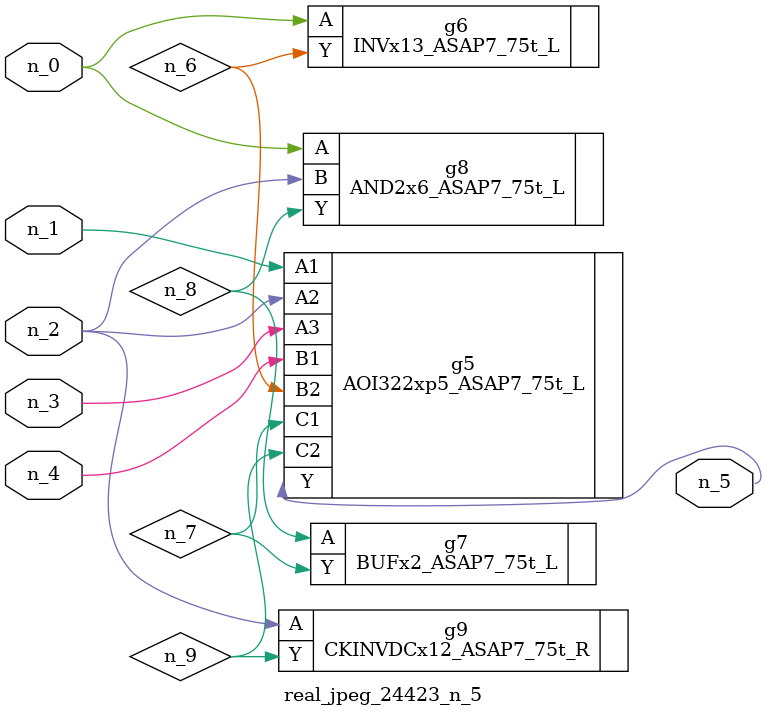
<source format=v>
module real_jpeg_24423_n_5 (n_4, n_0, n_1, n_2, n_3, n_5);

input n_4;
input n_0;
input n_1;
input n_2;
input n_3;

output n_5;

wire n_8;
wire n_6;
wire n_7;
wire n_9;

INVx13_ASAP7_75t_L g6 ( 
.A(n_0),
.Y(n_6)
);

AND2x6_ASAP7_75t_L g8 ( 
.A(n_0),
.B(n_2),
.Y(n_8)
);

AOI322xp5_ASAP7_75t_L g5 ( 
.A1(n_1),
.A2(n_2),
.A3(n_3),
.B1(n_4),
.B2(n_6),
.C1(n_7),
.C2(n_9),
.Y(n_5)
);

CKINVDCx12_ASAP7_75t_R g9 ( 
.A(n_2),
.Y(n_9)
);

BUFx2_ASAP7_75t_L g7 ( 
.A(n_8),
.Y(n_7)
);


endmodule
</source>
